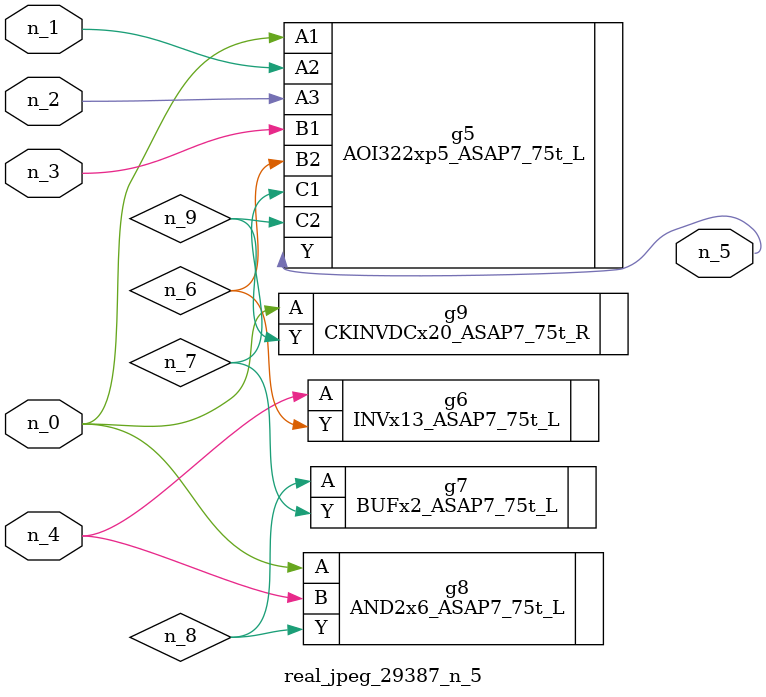
<source format=v>
module real_jpeg_29387_n_5 (n_4, n_0, n_1, n_2, n_3, n_5);

input n_4;
input n_0;
input n_1;
input n_2;
input n_3;

output n_5;

wire n_8;
wire n_6;
wire n_7;
wire n_9;

AOI322xp5_ASAP7_75t_L g5 ( 
.A1(n_0),
.A2(n_1),
.A3(n_2),
.B1(n_3),
.B2(n_6),
.C1(n_7),
.C2(n_9),
.Y(n_5)
);

AND2x6_ASAP7_75t_L g8 ( 
.A(n_0),
.B(n_4),
.Y(n_8)
);

CKINVDCx20_ASAP7_75t_R g9 ( 
.A(n_0),
.Y(n_9)
);

INVx13_ASAP7_75t_L g6 ( 
.A(n_4),
.Y(n_6)
);

BUFx2_ASAP7_75t_L g7 ( 
.A(n_8),
.Y(n_7)
);


endmodule
</source>
